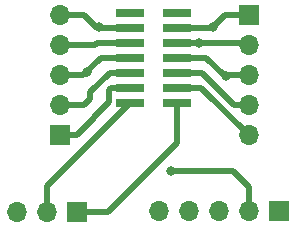
<source format=gbr>
%TF.GenerationSoftware,KiCad,Pcbnew,7.0.8-7.0.8~ubuntu22.04.1*%
%TF.CreationDate,2023-10-10T06:45:18+02:00*%
%TF.ProjectId,st_adap,73745f61-6461-4702-9e6b-696361645f70,rev?*%
%TF.SameCoordinates,Original*%
%TF.FileFunction,Copper,L1,Top*%
%TF.FilePolarity,Positive*%
%FSLAX46Y46*%
G04 Gerber Fmt 4.6, Leading zero omitted, Abs format (unit mm)*
G04 Created by KiCad (PCBNEW 7.0.8-7.0.8~ubuntu22.04.1) date 2023-10-10 06:45:18*
%MOMM*%
%LPD*%
G01*
G04 APERTURE LIST*
%TA.AperFunction,SMDPad,CuDef*%
%ADD10R,2.400000X0.740000*%
%TD*%
%TA.AperFunction,ComponentPad*%
%ADD11O,1.700000X1.700000*%
%TD*%
%TA.AperFunction,ComponentPad*%
%ADD12R,1.700000X1.700000*%
%TD*%
%TA.AperFunction,ViaPad*%
%ADD13C,0.800000*%
%TD*%
%TA.AperFunction,Conductor*%
%ADD14C,0.500000*%
%TD*%
G04 APERTURE END LIST*
D10*
%TO.P,J1,14,Pin_14*%
%TO.N,/T_VCP_TX*%
X209900000Y-105410000D03*
%TO.P,J1,13,Pin_13*%
%TO.N,/T_VCP_RX*%
X206000000Y-105410000D03*
%TO.P,J1,12,Pin_12*%
%TO.N,/T_NRST*%
X209900000Y-104140000D03*
%TO.P,J1,11,Pin_11*%
%TO.N,/GNDDETECT*%
X206000000Y-104140000D03*
%TO.P,J1,10,Pin_10*%
%TO.N,/T_JTDI{slash}NC*%
X209900000Y-102870000D03*
%TO.P,J1,9,Pin_9*%
%TO.N,/T_JRCLK*%
X206000000Y-102870000D03*
%TO.P,J1,8,Pin_8*%
%TO.N,/T_JTDO{slash}T_SWO*%
X209900000Y-101600000D03*
%TO.P,J1,7,Pin_7*%
%TO.N,/GND2*%
X206000000Y-101600000D03*
%TO.P,J1,6,Pin_6*%
%TO.N,/T_JCLK{slash}T_SWCLK*%
X209900000Y-100330000D03*
%TO.P,J1,5,Pin_5*%
%TO.N,/GND1*%
X206000000Y-100330000D03*
%TO.P,J1,4,Pin_4*%
%TO.N,/T_JTMS{slash}T_SWDIO*%
X209900000Y-99060000D03*
%TO.P,J1,3,Pin_3*%
%TO.N,/T_VCC*%
X206000000Y-99060000D03*
%TO.P,J1,2,Pin_2*%
%TO.N,unconnected-(J1-Pin_2-Pad2)*%
X209900000Y-97790000D03*
%TO.P,J1,1,Pin_1*%
%TO.N,unconnected-(J1-Pin_1-Pad1)*%
X206000000Y-97790000D03*
%TD*%
D11*
%TO.P,J5,3,Pin_3*%
%TO.N,/GND2*%
X196400000Y-114600000D03*
%TO.P,J5,2,Pin_2*%
%TO.N,/T_VCP_RX*%
X198940000Y-114600000D03*
D12*
%TO.P,J5,1,Pin_1*%
%TO.N,/T_VCP_TX*%
X201480000Y-114600000D03*
%TD*%
%TO.P,J2,1,Pin_1*%
%TO.N,/T_JTMS{slash}T_SWDIO*%
X216000000Y-98000000D03*
D11*
%TO.P,J2,2,Pin_2*%
%TO.N,/T_JCLK{slash}T_SWCLK*%
X216000000Y-100540000D03*
%TO.P,J2,3,Pin_3*%
%TO.N,/T_JTDO{slash}T_SWO*%
X216000000Y-103080000D03*
%TO.P,J2,4,Pin_4*%
%TO.N,/T_JTDI{slash}NC*%
X216000000Y-105620000D03*
%TO.P,J2,5,Pin_5*%
%TO.N,/T_NRST*%
X216000000Y-108160000D03*
%TD*%
%TO.P,J4,5,Pin_5*%
%TO.N,/GND2*%
X208390000Y-114550000D03*
%TO.P,J4,4,Pin_4*%
%TO.N,/T_JCLK{slash}T_SWCLK*%
X210930000Y-114550000D03*
%TO.P,J4,3,Pin_3*%
%TO.N,/T_JTMS{slash}T_SWDIO*%
X213470000Y-114550000D03*
%TO.P,J4,2,Pin_2*%
%TO.N,/T_VCC*%
X216010000Y-114550000D03*
D12*
%TO.P,J4,1,Pin_1*%
%TO.N,/T_JTDO{slash}T_SWO*%
X218550000Y-114550000D03*
%TD*%
%TO.P,J3,1,Pin_1*%
%TO.N,/GNDDETECT*%
X200000000Y-108160000D03*
D11*
%TO.P,J3,2,Pin_2*%
%TO.N,/T_JRCLK*%
X200000000Y-105620000D03*
%TO.P,J3,3,Pin_3*%
%TO.N,/GND2*%
X200000000Y-103080000D03*
%TO.P,J3,4,Pin_4*%
%TO.N,/GND1*%
X200000000Y-100540000D03*
%TO.P,J3,5,Pin_5*%
%TO.N,/T_VCC*%
X200000000Y-98000000D03*
%TD*%
D13*
%TO.N,/T_VCC*%
X203300000Y-99000000D03*
X209450000Y-111200000D03*
%TO.N,/T_JTMS{slash}T_SWDIO*%
X213000000Y-99000000D03*
%TO.N,/T_JCLK{slash}T_SWCLK*%
X211800000Y-100300000D03*
%TO.N,/T_JTDO{slash}T_SWO*%
X214100000Y-103100000D03*
%TO.N,/GND2*%
X202300000Y-102800000D03*
%TD*%
D14*
%TO.N,/T_VCP_TX*%
X201480000Y-114600000D02*
X204110000Y-114600000D01*
X204110000Y-114600000D02*
X209900000Y-108810000D01*
X209900000Y-108810000D02*
X209900000Y-105410000D01*
%TO.N,/T_VCP_RX*%
X198940000Y-114600000D02*
X198940000Y-112470000D01*
X198940000Y-112470000D02*
X206000000Y-105410000D01*
%TO.N,/GNDDETECT*%
X202900000Y-106600000D02*
X202900000Y-106700000D01*
X204200000Y-105300000D02*
X202900000Y-106600000D01*
X206000000Y-104140000D02*
X204360000Y-104140000D01*
X204200000Y-104300000D02*
X204200000Y-105300000D01*
X204360000Y-104140000D02*
X204200000Y-104300000D01*
X202900000Y-106700000D02*
X201440000Y-108160000D01*
X201440000Y-108160000D02*
X200000000Y-108160000D01*
%TO.N,/T_JRCLK*%
X206000000Y-102870000D02*
X204230000Y-102870000D01*
X204230000Y-102870000D02*
X202600000Y-104500000D01*
X202080000Y-105620000D02*
X200000000Y-105620000D01*
X202600000Y-104500000D02*
X202600000Y-105100000D01*
X202600000Y-105100000D02*
X202080000Y-105620000D01*
%TO.N,/GND2*%
X200000000Y-103080000D02*
X202020000Y-103080000D01*
X202020000Y-103080000D02*
X203500000Y-101600000D01*
X203500000Y-101600000D02*
X206000000Y-101600000D01*
%TO.N,/GND1*%
X200000000Y-100540000D02*
X202960000Y-100540000D01*
X203170000Y-100330000D02*
X206000000Y-100330000D01*
X202960000Y-100540000D02*
X203170000Y-100330000D01*
%TO.N,/T_VCC*%
X200000000Y-98000000D02*
X202100000Y-98000000D01*
X202100000Y-98000000D02*
X203160000Y-99060000D01*
X203160000Y-99060000D02*
X206000000Y-99060000D01*
X216010000Y-114550000D02*
X216010000Y-112510000D01*
X216010000Y-112510000D02*
X214700000Y-111200000D01*
X214700000Y-111200000D02*
X209450000Y-111200000D01*
%TO.N,/T_NRST*%
X216000000Y-108160000D02*
X211980000Y-104140000D01*
X211980000Y-104140000D02*
X209900000Y-104140000D01*
%TO.N,/T_JTDI{slash}NC*%
X216000000Y-105620000D02*
X214780000Y-105620000D01*
X214780000Y-105620000D02*
X212030000Y-102870000D01*
X212030000Y-102870000D02*
X209900000Y-102870000D01*
%TO.N,/T_JTDO{slash}T_SWO*%
X216000000Y-103080000D02*
X213880000Y-103080000D01*
X213880000Y-103080000D02*
X212400000Y-101600000D01*
X212400000Y-101600000D02*
X209900000Y-101600000D01*
%TO.N,/T_JCLK{slash}T_SWCLK*%
X209900000Y-100330000D02*
X215790000Y-100330000D01*
X215790000Y-100330000D02*
X216000000Y-100540000D01*
%TO.N,/T_JTMS{slash}T_SWDIO*%
X216000000Y-98000000D02*
X214000000Y-98000000D01*
X214000000Y-98000000D02*
X212940000Y-99060000D01*
X212940000Y-99060000D02*
X209900000Y-99060000D01*
%TD*%
M02*

</source>
